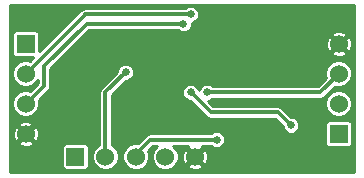
<source format=gbl>
G04 (created by PCBNEW (2013-07-07 BZR 4022)-stable) date 23/09/2014 17:19:53*
%MOIN*%
G04 Gerber Fmt 3.4, Leading zero omitted, Abs format*
%FSLAX34Y34*%
G01*
G70*
G90*
G04 APERTURE LIST*
%ADD10C,0.00590551*%
%ADD11R,0.06X0.06*%
%ADD12C,0.06*%
%ADD13C,0.0259843*%
%ADD14C,0.0318898*%
%ADD15C,0.012*%
%ADD16C,0.01*%
G04 APERTURE END LIST*
G54D10*
G54D11*
X11122Y-4452D03*
G54D12*
X11122Y-3452D03*
X11122Y-2452D03*
X11122Y-1452D03*
G54D11*
X688Y-1452D03*
G54D12*
X688Y-2452D03*
X688Y-3452D03*
X688Y-4452D03*
G54D11*
X2346Y-5216D03*
G54D12*
X3346Y-5216D03*
X4362Y-5216D03*
X5330Y-5216D03*
X6330Y-5216D03*
G54D13*
X6732Y-3070D03*
X9527Y-4173D03*
X6181Y-3070D03*
X6181Y-472D03*
X7047Y-4645D03*
X5944Y-787D03*
G54D14*
X8228Y-2519D03*
X2992Y-1850D03*
X8622Y-1102D03*
X1102Y-708D03*
X8070Y-5196D03*
X1968Y-2952D03*
G54D13*
X4015Y-2401D03*
G54D15*
X11122Y-2452D02*
X10503Y-3070D01*
X10503Y-3070D02*
X6732Y-3070D01*
X9094Y-3740D02*
X9527Y-4173D01*
X6850Y-3740D02*
X9094Y-3740D01*
X6181Y-3070D02*
X6850Y-3740D01*
X6181Y-472D02*
X2669Y-472D01*
X2669Y-472D02*
X2649Y-492D01*
X688Y-2452D02*
X2649Y-492D01*
X2649Y-492D02*
X2665Y-492D01*
X4834Y-4645D02*
X4362Y-5118D01*
X7047Y-4645D02*
X4834Y-4645D01*
X5944Y-787D02*
X4527Y-787D01*
X3370Y-787D02*
X2716Y-787D01*
X2716Y-787D02*
X1299Y-2204D01*
X1299Y-2204D02*
X1299Y-2858D01*
X688Y-3468D02*
X1299Y-2858D01*
X3370Y-787D02*
X3385Y-787D01*
X3385Y-787D02*
X4527Y-787D01*
X11122Y-1452D02*
X10771Y-1102D01*
X10771Y-1102D02*
X8622Y-1102D01*
X8228Y-2519D02*
X10055Y-2519D01*
X10055Y-2519D02*
X11122Y-1452D01*
X2874Y-2047D02*
X2992Y-1929D01*
X2992Y-1929D02*
X2992Y-1850D01*
X8622Y-1102D02*
X8625Y-1102D01*
X2874Y-2047D02*
X1968Y-2952D01*
X1102Y-708D02*
X314Y-708D01*
X314Y-708D02*
X196Y-826D01*
X196Y-826D02*
X196Y-2952D01*
X196Y-2952D02*
X196Y-3960D01*
X196Y-3960D02*
X688Y-4452D01*
X688Y-4452D02*
X688Y-4429D01*
X688Y-4429D02*
X1377Y-3740D01*
X1377Y-3740D02*
X1377Y-3641D01*
X8070Y-5196D02*
X8070Y-5708D01*
X1968Y-2952D02*
X1377Y-3543D01*
X1377Y-3543D02*
X1377Y-3641D01*
X6330Y-5216D02*
X6822Y-5708D01*
X6822Y-5708D02*
X8070Y-5708D01*
X8070Y-5708D02*
X11515Y-5708D01*
X11515Y-5708D02*
X11614Y-5610D01*
X11614Y-5610D02*
X11614Y-1944D01*
X11614Y-1944D02*
X11122Y-1452D01*
X688Y-4452D02*
X665Y-4452D01*
X665Y-4452D02*
X196Y-4921D01*
X196Y-4921D02*
X196Y-5511D01*
X196Y-5511D02*
X393Y-5708D01*
X393Y-5708D02*
X5838Y-5708D01*
X5838Y-5708D02*
X6330Y-5216D01*
X3346Y-5118D02*
X3346Y-3070D01*
X3346Y-3070D02*
X4015Y-2401D01*
G54D10*
G36*
X11641Y-5735D02*
X11572Y-5735D01*
X11572Y-3363D01*
X11572Y-2363D01*
X11554Y-2320D01*
X11554Y-1526D01*
X11549Y-1355D01*
X11492Y-1218D01*
X11428Y-1186D01*
X11388Y-1227D01*
X11388Y-1146D01*
X11355Y-1081D01*
X11196Y-1020D01*
X11025Y-1025D01*
X10888Y-1081D01*
X10856Y-1146D01*
X11122Y-1412D01*
X11388Y-1146D01*
X11388Y-1227D01*
X11162Y-1452D01*
X11428Y-1718D01*
X11492Y-1686D01*
X11554Y-1526D01*
X11554Y-2320D01*
X11503Y-2198D01*
X11388Y-2082D01*
X11388Y-1759D01*
X11122Y-1493D01*
X11081Y-1534D01*
X11081Y-1452D01*
X10815Y-1186D01*
X10751Y-1218D01*
X10689Y-1378D01*
X10694Y-1549D01*
X10751Y-1686D01*
X10815Y-1718D01*
X11081Y-1452D01*
X11081Y-1534D01*
X10856Y-1759D01*
X10888Y-1823D01*
X11047Y-1884D01*
X11218Y-1880D01*
X11355Y-1823D01*
X11388Y-1759D01*
X11388Y-2082D01*
X11377Y-2071D01*
X11211Y-2002D01*
X11032Y-2002D01*
X10867Y-2071D01*
X10740Y-2197D01*
X10672Y-2362D01*
X10671Y-2541D01*
X10690Y-2587D01*
X10416Y-2860D01*
X6918Y-2860D01*
X6891Y-2833D01*
X6788Y-2790D01*
X6676Y-2790D01*
X6573Y-2833D01*
X6495Y-2912D01*
X6461Y-2994D01*
X6461Y-417D01*
X6418Y-314D01*
X6339Y-235D01*
X6237Y-192D01*
X6125Y-192D01*
X6022Y-234D01*
X5995Y-262D01*
X2669Y-262D01*
X2588Y-278D01*
X2520Y-323D01*
X2520Y-323D01*
X2501Y-343D01*
X2501Y-343D01*
X1139Y-1705D01*
X1139Y-1123D01*
X1116Y-1067D01*
X1074Y-1025D01*
X1018Y-1002D01*
X959Y-1002D01*
X359Y-1002D01*
X304Y-1025D01*
X261Y-1067D01*
X239Y-1122D01*
X238Y-1182D01*
X238Y-1782D01*
X261Y-1837D01*
X303Y-1879D01*
X359Y-1902D01*
X418Y-1902D01*
X941Y-1902D01*
X823Y-2021D01*
X778Y-2002D01*
X599Y-2002D01*
X434Y-2071D01*
X307Y-2197D01*
X239Y-2362D01*
X238Y-2541D01*
X307Y-2707D01*
X433Y-2834D01*
X599Y-2902D01*
X778Y-2902D01*
X943Y-2834D01*
X1070Y-2707D01*
X1089Y-2662D01*
X1089Y-2771D01*
X834Y-3025D01*
X778Y-3002D01*
X599Y-3002D01*
X434Y-3071D01*
X307Y-3197D01*
X239Y-3362D01*
X238Y-3541D01*
X307Y-3707D01*
X433Y-3834D01*
X599Y-3902D01*
X778Y-3902D01*
X943Y-3834D01*
X1070Y-3707D01*
X1138Y-3542D01*
X1139Y-3363D01*
X1124Y-3329D01*
X1447Y-3006D01*
X1493Y-2938D01*
X1509Y-2858D01*
X1509Y-2291D01*
X2803Y-997D01*
X3370Y-997D01*
X3385Y-997D01*
X4527Y-997D01*
X5758Y-997D01*
X5786Y-1024D01*
X5888Y-1067D01*
X6000Y-1067D01*
X6103Y-1024D01*
X6182Y-946D01*
X6224Y-843D01*
X6224Y-752D01*
X6236Y-752D01*
X6339Y-709D01*
X6418Y-631D01*
X6460Y-528D01*
X6461Y-417D01*
X6461Y-2994D01*
X6456Y-3004D01*
X6418Y-2912D01*
X6339Y-2833D01*
X6237Y-2790D01*
X6125Y-2790D01*
X6022Y-2833D01*
X5943Y-2912D01*
X5901Y-3014D01*
X5901Y-3126D01*
X5943Y-3229D01*
X6022Y-3308D01*
X6125Y-3350D01*
X6164Y-3350D01*
X6701Y-3888D01*
X6770Y-3934D01*
X6850Y-3950D01*
X9007Y-3950D01*
X9247Y-4190D01*
X9247Y-4228D01*
X9290Y-4331D01*
X9368Y-4410D01*
X9471Y-4453D01*
X9582Y-4453D01*
X9685Y-4410D01*
X9764Y-4331D01*
X9807Y-4229D01*
X9807Y-4117D01*
X9765Y-4014D01*
X9686Y-3936D01*
X9583Y-3893D01*
X9544Y-3893D01*
X9242Y-3591D01*
X9174Y-3546D01*
X9094Y-3530D01*
X6937Y-3530D01*
X6758Y-3350D01*
X6787Y-3350D01*
X6890Y-3308D01*
X6918Y-3280D01*
X10503Y-3280D01*
X10584Y-3264D01*
X10652Y-3219D01*
X10987Y-2884D01*
X11032Y-2902D01*
X11211Y-2902D01*
X11376Y-2834D01*
X11503Y-2707D01*
X11571Y-2542D01*
X11572Y-2363D01*
X11572Y-3363D01*
X11503Y-3198D01*
X11377Y-3071D01*
X11211Y-3002D01*
X11032Y-3002D01*
X10867Y-3071D01*
X10740Y-3197D01*
X10672Y-3362D01*
X10671Y-3541D01*
X10740Y-3707D01*
X10866Y-3834D01*
X11032Y-3902D01*
X11211Y-3902D01*
X11376Y-3834D01*
X11503Y-3707D01*
X11571Y-3542D01*
X11572Y-3363D01*
X11572Y-5735D01*
X11572Y-5735D01*
X11572Y-4723D01*
X11572Y-4123D01*
X11549Y-4067D01*
X11507Y-4025D01*
X11452Y-4002D01*
X11392Y-4002D01*
X10792Y-4002D01*
X10737Y-4025D01*
X10694Y-4067D01*
X10672Y-4122D01*
X10672Y-4182D01*
X10672Y-4782D01*
X10694Y-4837D01*
X10736Y-4879D01*
X10792Y-4902D01*
X10851Y-4902D01*
X11451Y-4902D01*
X11506Y-4879D01*
X11549Y-4837D01*
X11572Y-4782D01*
X11572Y-4723D01*
X11572Y-5735D01*
X7327Y-5735D01*
X7327Y-4590D01*
X7284Y-4487D01*
X7206Y-4408D01*
X7103Y-4365D01*
X6991Y-4365D01*
X6888Y-4408D01*
X6861Y-4435D01*
X4834Y-4435D01*
X4754Y-4451D01*
X4686Y-4497D01*
X4416Y-4766D01*
X4295Y-4766D01*
X4295Y-2346D01*
X4253Y-2243D01*
X4174Y-2164D01*
X4071Y-2121D01*
X3960Y-2121D01*
X3857Y-2164D01*
X3778Y-2242D01*
X3735Y-2345D01*
X3735Y-2384D01*
X3197Y-2922D01*
X3152Y-2990D01*
X3136Y-3070D01*
X3136Y-4816D01*
X3091Y-4834D01*
X2965Y-4961D01*
X2896Y-5126D01*
X2896Y-5305D01*
X2964Y-5471D01*
X3091Y-5597D01*
X3256Y-5666D01*
X3435Y-5666D01*
X3601Y-5598D01*
X3727Y-5471D01*
X3796Y-5306D01*
X3796Y-5127D01*
X3728Y-4961D01*
X3601Y-4835D01*
X3556Y-4816D01*
X3556Y-3157D01*
X4032Y-2681D01*
X4071Y-2681D01*
X4174Y-2639D01*
X4252Y-2560D01*
X4295Y-2457D01*
X4295Y-2346D01*
X4295Y-4766D01*
X4273Y-4766D01*
X4107Y-4834D01*
X3980Y-4961D01*
X3912Y-5126D01*
X3912Y-5305D01*
X3980Y-5471D01*
X4106Y-5597D01*
X4272Y-5666D01*
X4451Y-5666D01*
X4616Y-5598D01*
X4743Y-5471D01*
X4812Y-5306D01*
X4812Y-5127D01*
X4764Y-5012D01*
X4921Y-4855D01*
X5055Y-4855D01*
X4949Y-4961D01*
X4880Y-5126D01*
X4880Y-5305D01*
X4948Y-5471D01*
X5075Y-5597D01*
X5240Y-5666D01*
X5419Y-5666D01*
X5585Y-5598D01*
X5711Y-5471D01*
X5780Y-5306D01*
X5780Y-5127D01*
X5712Y-4961D01*
X5606Y-4855D01*
X6091Y-4855D01*
X6064Y-4909D01*
X6330Y-5175D01*
X6596Y-4909D01*
X6569Y-4855D01*
X6861Y-4855D01*
X6888Y-4882D01*
X6991Y-4925D01*
X7102Y-4925D01*
X7205Y-4883D01*
X7284Y-4804D01*
X7327Y-4701D01*
X7327Y-4590D01*
X7327Y-5735D01*
X6762Y-5735D01*
X6762Y-5290D01*
X6758Y-5119D01*
X6701Y-4982D01*
X6637Y-4950D01*
X6371Y-5216D01*
X6637Y-5482D01*
X6701Y-5450D01*
X6762Y-5290D01*
X6762Y-5735D01*
X6596Y-5735D01*
X6596Y-5523D01*
X6330Y-5257D01*
X6290Y-5297D01*
X6290Y-5216D01*
X6024Y-4950D01*
X5959Y-4982D01*
X5898Y-5142D01*
X5903Y-5313D01*
X5959Y-5450D01*
X6024Y-5482D01*
X6290Y-5216D01*
X6290Y-5297D01*
X6064Y-5523D01*
X6096Y-5587D01*
X6256Y-5648D01*
X6427Y-5644D01*
X6564Y-5587D01*
X6596Y-5523D01*
X6596Y-5735D01*
X2796Y-5735D01*
X2796Y-5486D01*
X2796Y-4886D01*
X2773Y-4831D01*
X2731Y-4789D01*
X2676Y-4766D01*
X2616Y-4766D01*
X2016Y-4766D01*
X1961Y-4789D01*
X1919Y-4831D01*
X1896Y-4886D01*
X1896Y-4946D01*
X1896Y-5546D01*
X1919Y-5601D01*
X1961Y-5643D01*
X2016Y-5666D01*
X2076Y-5666D01*
X2676Y-5666D01*
X2731Y-5643D01*
X2773Y-5601D01*
X2796Y-5546D01*
X2796Y-5486D01*
X2796Y-5735D01*
X1121Y-5735D01*
X1121Y-4526D01*
X1116Y-4355D01*
X1059Y-4218D01*
X995Y-4186D01*
X954Y-4227D01*
X954Y-4146D01*
X922Y-4081D01*
X763Y-4020D01*
X592Y-4025D01*
X455Y-4081D01*
X422Y-4146D01*
X688Y-4412D01*
X954Y-4146D01*
X954Y-4227D01*
X729Y-4452D01*
X995Y-4718D01*
X1059Y-4686D01*
X1121Y-4526D01*
X1121Y-5735D01*
X954Y-5735D01*
X954Y-4759D01*
X688Y-4493D01*
X648Y-4534D01*
X648Y-4452D01*
X382Y-4186D01*
X318Y-4218D01*
X256Y-4378D01*
X261Y-4549D01*
X318Y-4686D01*
X382Y-4718D01*
X648Y-4452D01*
X648Y-4534D01*
X422Y-4759D01*
X455Y-4823D01*
X614Y-4884D01*
X785Y-4880D01*
X922Y-4823D01*
X954Y-4759D01*
X954Y-5735D01*
X169Y-5735D01*
X169Y-169D01*
X11641Y-169D01*
X11641Y-5735D01*
X11641Y-5735D01*
G37*
G54D16*
X11641Y-5735D02*
X11572Y-5735D01*
X11572Y-3363D01*
X11572Y-2363D01*
X11554Y-2320D01*
X11554Y-1526D01*
X11549Y-1355D01*
X11492Y-1218D01*
X11428Y-1186D01*
X11388Y-1227D01*
X11388Y-1146D01*
X11355Y-1081D01*
X11196Y-1020D01*
X11025Y-1025D01*
X10888Y-1081D01*
X10856Y-1146D01*
X11122Y-1412D01*
X11388Y-1146D01*
X11388Y-1227D01*
X11162Y-1452D01*
X11428Y-1718D01*
X11492Y-1686D01*
X11554Y-1526D01*
X11554Y-2320D01*
X11503Y-2198D01*
X11388Y-2082D01*
X11388Y-1759D01*
X11122Y-1493D01*
X11081Y-1534D01*
X11081Y-1452D01*
X10815Y-1186D01*
X10751Y-1218D01*
X10689Y-1378D01*
X10694Y-1549D01*
X10751Y-1686D01*
X10815Y-1718D01*
X11081Y-1452D01*
X11081Y-1534D01*
X10856Y-1759D01*
X10888Y-1823D01*
X11047Y-1884D01*
X11218Y-1880D01*
X11355Y-1823D01*
X11388Y-1759D01*
X11388Y-2082D01*
X11377Y-2071D01*
X11211Y-2002D01*
X11032Y-2002D01*
X10867Y-2071D01*
X10740Y-2197D01*
X10672Y-2362D01*
X10671Y-2541D01*
X10690Y-2587D01*
X10416Y-2860D01*
X6918Y-2860D01*
X6891Y-2833D01*
X6788Y-2790D01*
X6676Y-2790D01*
X6573Y-2833D01*
X6495Y-2912D01*
X6461Y-2994D01*
X6461Y-417D01*
X6418Y-314D01*
X6339Y-235D01*
X6237Y-192D01*
X6125Y-192D01*
X6022Y-234D01*
X5995Y-262D01*
X2669Y-262D01*
X2588Y-278D01*
X2520Y-323D01*
X2520Y-323D01*
X2501Y-343D01*
X2501Y-343D01*
X1139Y-1705D01*
X1139Y-1123D01*
X1116Y-1067D01*
X1074Y-1025D01*
X1018Y-1002D01*
X959Y-1002D01*
X359Y-1002D01*
X304Y-1025D01*
X261Y-1067D01*
X239Y-1122D01*
X238Y-1182D01*
X238Y-1782D01*
X261Y-1837D01*
X303Y-1879D01*
X359Y-1902D01*
X418Y-1902D01*
X941Y-1902D01*
X823Y-2021D01*
X778Y-2002D01*
X599Y-2002D01*
X434Y-2071D01*
X307Y-2197D01*
X239Y-2362D01*
X238Y-2541D01*
X307Y-2707D01*
X433Y-2834D01*
X599Y-2902D01*
X778Y-2902D01*
X943Y-2834D01*
X1070Y-2707D01*
X1089Y-2662D01*
X1089Y-2771D01*
X834Y-3025D01*
X778Y-3002D01*
X599Y-3002D01*
X434Y-3071D01*
X307Y-3197D01*
X239Y-3362D01*
X238Y-3541D01*
X307Y-3707D01*
X433Y-3834D01*
X599Y-3902D01*
X778Y-3902D01*
X943Y-3834D01*
X1070Y-3707D01*
X1138Y-3542D01*
X1139Y-3363D01*
X1124Y-3329D01*
X1447Y-3006D01*
X1493Y-2938D01*
X1509Y-2858D01*
X1509Y-2291D01*
X2803Y-997D01*
X3370Y-997D01*
X3385Y-997D01*
X4527Y-997D01*
X5758Y-997D01*
X5786Y-1024D01*
X5888Y-1067D01*
X6000Y-1067D01*
X6103Y-1024D01*
X6182Y-946D01*
X6224Y-843D01*
X6224Y-752D01*
X6236Y-752D01*
X6339Y-709D01*
X6418Y-631D01*
X6460Y-528D01*
X6461Y-417D01*
X6461Y-2994D01*
X6456Y-3004D01*
X6418Y-2912D01*
X6339Y-2833D01*
X6237Y-2790D01*
X6125Y-2790D01*
X6022Y-2833D01*
X5943Y-2912D01*
X5901Y-3014D01*
X5901Y-3126D01*
X5943Y-3229D01*
X6022Y-3308D01*
X6125Y-3350D01*
X6164Y-3350D01*
X6701Y-3888D01*
X6770Y-3934D01*
X6850Y-3950D01*
X9007Y-3950D01*
X9247Y-4190D01*
X9247Y-4228D01*
X9290Y-4331D01*
X9368Y-4410D01*
X9471Y-4453D01*
X9582Y-4453D01*
X9685Y-4410D01*
X9764Y-4331D01*
X9807Y-4229D01*
X9807Y-4117D01*
X9765Y-4014D01*
X9686Y-3936D01*
X9583Y-3893D01*
X9544Y-3893D01*
X9242Y-3591D01*
X9174Y-3546D01*
X9094Y-3530D01*
X6937Y-3530D01*
X6758Y-3350D01*
X6787Y-3350D01*
X6890Y-3308D01*
X6918Y-3280D01*
X10503Y-3280D01*
X10584Y-3264D01*
X10652Y-3219D01*
X10987Y-2884D01*
X11032Y-2902D01*
X11211Y-2902D01*
X11376Y-2834D01*
X11503Y-2707D01*
X11571Y-2542D01*
X11572Y-2363D01*
X11572Y-3363D01*
X11503Y-3198D01*
X11377Y-3071D01*
X11211Y-3002D01*
X11032Y-3002D01*
X10867Y-3071D01*
X10740Y-3197D01*
X10672Y-3362D01*
X10671Y-3541D01*
X10740Y-3707D01*
X10866Y-3834D01*
X11032Y-3902D01*
X11211Y-3902D01*
X11376Y-3834D01*
X11503Y-3707D01*
X11571Y-3542D01*
X11572Y-3363D01*
X11572Y-5735D01*
X11572Y-5735D01*
X11572Y-4723D01*
X11572Y-4123D01*
X11549Y-4067D01*
X11507Y-4025D01*
X11452Y-4002D01*
X11392Y-4002D01*
X10792Y-4002D01*
X10737Y-4025D01*
X10694Y-4067D01*
X10672Y-4122D01*
X10672Y-4182D01*
X10672Y-4782D01*
X10694Y-4837D01*
X10736Y-4879D01*
X10792Y-4902D01*
X10851Y-4902D01*
X11451Y-4902D01*
X11506Y-4879D01*
X11549Y-4837D01*
X11572Y-4782D01*
X11572Y-4723D01*
X11572Y-5735D01*
X7327Y-5735D01*
X7327Y-4590D01*
X7284Y-4487D01*
X7206Y-4408D01*
X7103Y-4365D01*
X6991Y-4365D01*
X6888Y-4408D01*
X6861Y-4435D01*
X4834Y-4435D01*
X4754Y-4451D01*
X4686Y-4497D01*
X4416Y-4766D01*
X4295Y-4766D01*
X4295Y-2346D01*
X4253Y-2243D01*
X4174Y-2164D01*
X4071Y-2121D01*
X3960Y-2121D01*
X3857Y-2164D01*
X3778Y-2242D01*
X3735Y-2345D01*
X3735Y-2384D01*
X3197Y-2922D01*
X3152Y-2990D01*
X3136Y-3070D01*
X3136Y-4816D01*
X3091Y-4834D01*
X2965Y-4961D01*
X2896Y-5126D01*
X2896Y-5305D01*
X2964Y-5471D01*
X3091Y-5597D01*
X3256Y-5666D01*
X3435Y-5666D01*
X3601Y-5598D01*
X3727Y-5471D01*
X3796Y-5306D01*
X3796Y-5127D01*
X3728Y-4961D01*
X3601Y-4835D01*
X3556Y-4816D01*
X3556Y-3157D01*
X4032Y-2681D01*
X4071Y-2681D01*
X4174Y-2639D01*
X4252Y-2560D01*
X4295Y-2457D01*
X4295Y-2346D01*
X4295Y-4766D01*
X4273Y-4766D01*
X4107Y-4834D01*
X3980Y-4961D01*
X3912Y-5126D01*
X3912Y-5305D01*
X3980Y-5471D01*
X4106Y-5597D01*
X4272Y-5666D01*
X4451Y-5666D01*
X4616Y-5598D01*
X4743Y-5471D01*
X4812Y-5306D01*
X4812Y-5127D01*
X4764Y-5012D01*
X4921Y-4855D01*
X5055Y-4855D01*
X4949Y-4961D01*
X4880Y-5126D01*
X4880Y-5305D01*
X4948Y-5471D01*
X5075Y-5597D01*
X5240Y-5666D01*
X5419Y-5666D01*
X5585Y-5598D01*
X5711Y-5471D01*
X5780Y-5306D01*
X5780Y-5127D01*
X5712Y-4961D01*
X5606Y-4855D01*
X6091Y-4855D01*
X6064Y-4909D01*
X6330Y-5175D01*
X6596Y-4909D01*
X6569Y-4855D01*
X6861Y-4855D01*
X6888Y-4882D01*
X6991Y-4925D01*
X7102Y-4925D01*
X7205Y-4883D01*
X7284Y-4804D01*
X7327Y-4701D01*
X7327Y-4590D01*
X7327Y-5735D01*
X6762Y-5735D01*
X6762Y-5290D01*
X6758Y-5119D01*
X6701Y-4982D01*
X6637Y-4950D01*
X6371Y-5216D01*
X6637Y-5482D01*
X6701Y-5450D01*
X6762Y-5290D01*
X6762Y-5735D01*
X6596Y-5735D01*
X6596Y-5523D01*
X6330Y-5257D01*
X6290Y-5297D01*
X6290Y-5216D01*
X6024Y-4950D01*
X5959Y-4982D01*
X5898Y-5142D01*
X5903Y-5313D01*
X5959Y-5450D01*
X6024Y-5482D01*
X6290Y-5216D01*
X6290Y-5297D01*
X6064Y-5523D01*
X6096Y-5587D01*
X6256Y-5648D01*
X6427Y-5644D01*
X6564Y-5587D01*
X6596Y-5523D01*
X6596Y-5735D01*
X2796Y-5735D01*
X2796Y-5486D01*
X2796Y-4886D01*
X2773Y-4831D01*
X2731Y-4789D01*
X2676Y-4766D01*
X2616Y-4766D01*
X2016Y-4766D01*
X1961Y-4789D01*
X1919Y-4831D01*
X1896Y-4886D01*
X1896Y-4946D01*
X1896Y-5546D01*
X1919Y-5601D01*
X1961Y-5643D01*
X2016Y-5666D01*
X2076Y-5666D01*
X2676Y-5666D01*
X2731Y-5643D01*
X2773Y-5601D01*
X2796Y-5546D01*
X2796Y-5486D01*
X2796Y-5735D01*
X1121Y-5735D01*
X1121Y-4526D01*
X1116Y-4355D01*
X1059Y-4218D01*
X995Y-4186D01*
X954Y-4227D01*
X954Y-4146D01*
X922Y-4081D01*
X763Y-4020D01*
X592Y-4025D01*
X455Y-4081D01*
X422Y-4146D01*
X688Y-4412D01*
X954Y-4146D01*
X954Y-4227D01*
X729Y-4452D01*
X995Y-4718D01*
X1059Y-4686D01*
X1121Y-4526D01*
X1121Y-5735D01*
X954Y-5735D01*
X954Y-4759D01*
X688Y-4493D01*
X648Y-4534D01*
X648Y-4452D01*
X382Y-4186D01*
X318Y-4218D01*
X256Y-4378D01*
X261Y-4549D01*
X318Y-4686D01*
X382Y-4718D01*
X648Y-4452D01*
X648Y-4534D01*
X422Y-4759D01*
X455Y-4823D01*
X614Y-4884D01*
X785Y-4880D01*
X922Y-4823D01*
X954Y-4759D01*
X954Y-5735D01*
X169Y-5735D01*
X169Y-169D01*
X11641Y-169D01*
X11641Y-5735D01*
M02*

</source>
